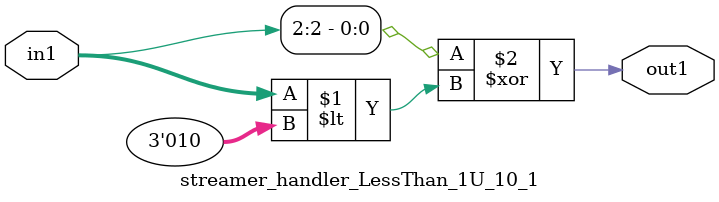
<source format=v>

`timescale 1ps / 1ps


module streamer_handler_LessThan_1U_10_1( in1, out1 );

    input [2:0] in1;
    output out1;

    
    // rtl_process:qkv_macro_handler_hub_LessThan_1U_68_1/qkv_macro_handler_hub_LessThan_1U_68_1_thread_1
    assign out1 = (in1[2] ^ in1 < 3'd2);

endmodule





</source>
